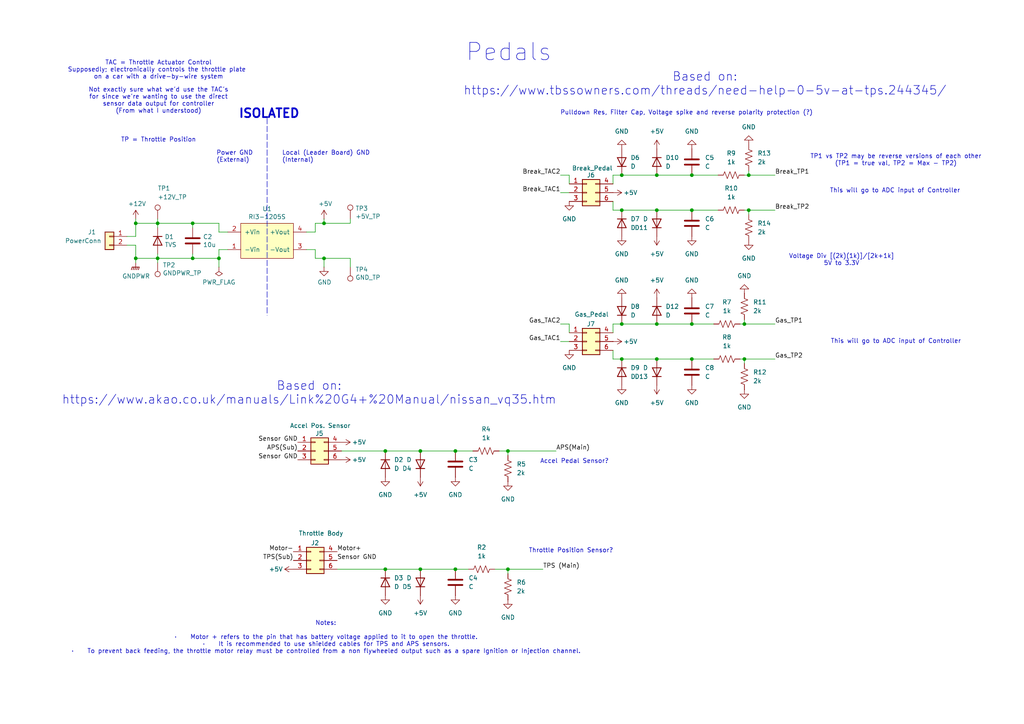
<source format=kicad_sch>
(kicad_sch (version 20231120) (generator "eeschema") (generator_version "8.0")
  (paper "A4")
  (lib_symbols
    (symbol "Connector:TestPoint" (pin_numbers hide) (pin_names (offset 0.762) hide)
      (property "Reference" "TP" (at 0 6.858 0))
      (property "Value" "TestPoint" (at 0 5.08 0))
      (symbol "TestPoint_0_1"
        (circle (center 0 3.302) (radius 0.762))
      )
      (symbol "TestPoint_1_1"
        (pin passive line (at 0 0 90) (length 2.54) (name "1") (number "1"))
      )
    )
    (symbol "Connector_Generic:Conn_01x02" (pin_names (offset 1.016) hide)
      (property "Reference" "J" (at 0 2.54 0))
      (property "Value" "Conn_01x02" (at 0 -5.08 0))
      (symbol "Conn_01x02_1_1"
        (rectangle (start -1.27 -2.413) (end 0 -2.667) (stroke (width 0.1524)))
        (rectangle (start -1.27 0.127) (end 0 -0.127) (stroke (width 0.1524)))
        (rectangle (start -1.27 1.27) (end 1.27 -3.81) (stroke (width 0.254)) (fill (type background)))
        (pin passive line (at -5.08 0 0) (length 3.81) (name "Pin_1") (number "1"))
        (pin passive line (at -5.08 -2.54 0) (length 3.81) (name "Pin_2") (number "2"))
      )
    )
    (symbol "Connector_Generic:Conn_02x03_Top_Bottom" (pin_names (offset 1.016) hide)
      (property "Reference" "J" (at 1.27 5.08 0))
      (property "Value" "Conn_02x03_Top_Bottom" (at 1.27 -5.08 0))
      (symbol "Conn_02x03_Top_Bottom_1_1"
        (rectangle (start -1.27 -2.413) (end 0 -2.667) (stroke (width 0.1524)))
        (rectangle (start -1.27 0.127) (end 0 -0.127) (stroke (width 0.1524)))
        (rectangle (start -1.27 2.667) (end 0 2.413) (stroke (width 0.1524)))
        (rectangle (start -1.27 3.81) (end 3.81 -3.81) (stroke (width 0.254)) (fill (type background)))
        (rectangle (start 3.81 -2.413) (end 2.54 -2.667) (stroke (width 0.1524)))
        (rectangle (start 3.81 0.127) (end 2.54 -0.127) (stroke (width 0.1524)))
        (rectangle (start 3.81 2.667) (end 2.54 2.413) (stroke (width 0.1524)))
        (pin passive line (at -5.08 2.54 0) (length 3.81) (name "Pin_1") (number "1"))
        (pin passive line (at -5.08 0 0) (length 3.81) (name "Pin_2") (number "2"))
        (pin passive line (at -5.08 -2.54 0) (length 3.81) (name "Pin_3") (number "3"))
        (pin passive line (at 7.62 2.54 180) (length 3.81) (name "Pin_4") (number "4"))
        (pin passive line (at 7.62 0 180) (length 3.81) (name "Pin_5") (number "5"))
        (pin passive line (at 7.62 -2.54 180) (length 3.81) (name "Pin_6") (number "6"))
      )
    )
    (symbol "Dashboard-rescue:RI3-1205S-utsvt-power-regulators" (pin_names (offset 1.016))
      (property "Reference" "U" (at 0 3.81 0))
      (property "Value" "RI3-1205S-utsvt-power-regulators" (at 0 1.27 0))
      (symbol "RI3-1205S-utsvt-power-regulators_0_1"
        (rectangle (start -7.62 0) (end 7.62 -10.16) (fill (type background)))
      )
      (symbol "RI3-1205S-utsvt-power-regulators_1_1"
        (pin input line (at -11.43 -7.62 0) (length 3.81) (name "-Vin") (number "1"))
        (pin power_in line (at -11.43 -2.54 0) (length 3.81) (name "+Vin") (number "2"))
        (pin power_out line (at 11.43 -7.62 180) (length 3.81) (name "-Vout") (number "3"))
        (pin power_out line (at 11.43 -2.54 180) (length 3.81) (name "+Vout") (number "4"))
      )
    )
    (symbol "Device:C" (pin_numbers hide) (pin_names (offset 0.254))
      (property "Reference" "C" (at 0.635 2.54 0))
      (property "Value" "C" (at 0.635 -2.54 0))
      (symbol "C_0_1"
        (polyline (pts (xy -2.032 -0.762) (xy 2.032 -0.762)) (stroke (width 0.508)))
        (polyline (pts (xy -2.032 0.762) (xy 2.032 0.762)) (stroke (width 0.508)))
      )
      (symbol "C_1_1"
        (pin passive line (at 0 3.81 270) (length 2.794) (name "~") (number "1"))
        (pin passive line (at 0 -3.81 90) (length 2.794) (name "~") (number "2"))
      )
    )
    (symbol "Device:D" (pin_numbers hide) (pin_names (offset 1.016) hide)
      (property "Reference" "D" (at 0 2.54 0))
      (property "Value" "D" (at 0 -2.54 0))
      (symbol "D_0_1"
        (polyline (pts (xy -1.27 1.27) (xy -1.27 -1.27)) (stroke (width 0.254)))
        (polyline (pts (xy 1.27 0) (xy -1.27 0)))
        (polyline (pts (xy 1.27 1.27) (xy 1.27 -1.27) (xy -1.27 0) (xy 1.27 1.27)) (stroke (width 0.254)))
      )
      (symbol "D_1_1"
        (pin passive line (at -3.81 0 0) (length 2.54) (name "K") (number "1"))
        (pin passive line (at 3.81 0 180) (length 2.54) (name "A") (number "2"))
      )
    )
    (symbol "Device:R_US" (pin_numbers hide) (pin_names (offset 0))
      (property "Reference" "R" (at 2.54 0 90))
      (property "Value" "R_US" (at -2.54 0 90))
      (symbol "R_US_0_1"
        (polyline (pts (xy 0 -2.286) (xy 0 -2.54)))
        (polyline (pts (xy 0 2.286) (xy 0 2.54)))
        (polyline (pts (xy 0 -0.762) (xy 1.016 -1.143) (xy 0 -1.524) (xy -1.016 -1.905) (xy 0 -2.286)))
        (polyline (pts (xy 0 0.762) (xy 1.016 0.381) (xy 0 0) (xy -1.016 -0.381) (xy 0 -0.762)))
        (polyline (pts (xy 0 2.286) (xy 1.016 1.905) (xy 0 1.524) (xy -1.016 1.143) (xy 0 0.762)))
      )
      (symbol "R_US_1_1"
        (pin passive line (at 0 3.81 270) (length 1.27) (name "~") (number "1"))
        (pin passive line (at 0 -3.81 90) (length 1.27) (name "~") (number "2"))
      )
    )
    (symbol "power:+12V" (power) (pin_numbers hide) (pin_names (offset 0) hide)
      (property "Value" "+12V" (at 0 3.556 0))
      (symbol "+12V_0_1"
        (polyline (pts (xy -0.762 1.27) (xy 0 2.54)))
        (polyline (pts (xy 0 0) (xy 0 2.54)))
        (polyline (pts (xy 0 2.54) (xy 0.762 1.27)))
      )
      (symbol "+12V_1_1"
        (pin power_in line (at 0 0 90) (length 0) (name "~") (number "1"))
      )
    )
    (symbol "power:+5V" (power) (pin_numbers hide) (pin_names (offset 0) hide)
      (property "Value" "+5V" (at 0 3.556 0))
      (symbol "+5V_0_1"
        (polyline (pts (xy -0.762 1.27) (xy 0 2.54)))
        (polyline (pts (xy 0 0) (xy 0 2.54)))
        (polyline (pts (xy 0 2.54) (xy 0.762 1.27)))
      )
      (symbol "+5V_1_1"
        (pin power_in line (at 0 0 90) (length 0) (name "~") (number "1"))
      )
    )
    (symbol "power:GND" (power) (pin_numbers hide) (pin_names (offset 0) hide)
      (property "Value" "GND" (at 0 -3.81 0))
      (symbol "GND_0_1"
        (polyline (pts (xy 0 0) (xy 0 -1.27) (xy 1.27 -1.27) (xy 0 -2.54) (xy -1.27 -1.27) (xy 0 -1.27)))
      )
      (symbol "GND_1_1"
        (pin power_in line (at 0 0 270) (length 0) (name "~") (number "1"))
      )
    )
    (symbol "power:GNDPWR" (power) (pin_names (offset 0))
      (property "Value" "GNDPWR" (at 0 -3.302 0))
      (symbol "GNDPWR_0_1"
        (polyline (pts (xy 0 -1.27) (xy 0 0)))
        (polyline (pts (xy -1.016 -1.27) (xy -1.27 -2.032) (xy -1.27 -2.032)) (stroke (width 0.2032)))
        (polyline (pts (xy -0.508 -1.27) (xy -0.762 -2.032) (xy -0.762 -2.032)) (stroke (width 0.2032)))
        (polyline (pts (xy 0 -1.27) (xy -0.254 -2.032) (xy -0.254 -2.032)) (stroke (width 0.2032)))
        (polyline (pts (xy 0.508 -1.27) (xy 0.254 -2.032) (xy 0.254 -2.032)) (stroke (width 0.2032)))
        (polyline (pts (xy 1.016 -1.27) (xy -1.016 -1.27) (xy -1.016 -1.27)) (stroke (width 0.2032)))
        (polyline (pts (xy 1.016 -1.27) (xy 0.762 -2.032) (xy 0.762 -2.032) (xy 0.762 -2.032)) (stroke (width 0.2032)))
      )
      (symbol "GNDPWR_1_1"
        (pin power_in line (at 0 0 270) (length 0) hide (name "GNDPWR") (number "1"))
      )
    )
    (symbol "power:PWR_FLAG" (power) (pin_numbers hide) (pin_names (offset 0) hide)
      (property "Value" "PWR_FLAG" (at 0 3.81 0))
      (symbol "PWR_FLAG_0_0"
        (pin power_out line (at 0 0 90) (length 0) (name "pwr") (number "1"))
      )
      (symbol "PWR_FLAG_0_1"
        (polyline (pts (xy 0 0) (xy 0 1.27) (xy -1.016 1.905) (xy 0 2.54) (xy 1.016 1.905) (xy 0 1.27)))
      )
    )
  )
  (junction (at 215.9 93.98))
  (junction (at 121.92 130.81))
  (junction (at 217.17 60.96))
  (junction (at 190.5 93.98))
  (junction (at 200.66 60.96))
  (junction (at 200.66 93.98))
  (junction (at 200.66 50.8))
  (junction (at 93.98 74.93))
  (junction (at 180.34 93.98))
  (junction (at 180.34 104.14))
  (junction (at 55.88 74.93))
  (junction (at 39.37 64.77))
  (junction (at 190.5 60.96))
  (junction (at 190.5 104.14))
  (junction (at 132.08 165.1))
  (junction (at 200.66 104.14))
  (junction (at 180.34 50.8))
  (junction (at 45.72 74.93))
  (junction (at 111.76 130.81))
  (junction (at 215.9 104.14))
  (junction (at 63.5 74.93))
  (junction (at 39.37 74.93))
  (junction (at 111.76 165.1))
  (junction (at 147.32 165.1))
  (junction (at 55.88 64.77))
  (junction (at 45.72 64.77))
  (junction (at 190.5 50.8))
  (junction (at 217.17 50.8))
  (junction (at 121.92 165.1))
  (junction (at 132.08 130.81))
  (junction (at 147.32 130.81))
  (junction (at 93.98 64.77))
  (junction (at 180.34 60.96))
  (wire (pts (xy 39.37 63.5) (xy 39.37 64.77)))
  (wire (pts (xy 208.28 50.8) (xy 200.66 50.8)))
  (wire (pts (xy 55.88 73.66) (xy 55.88 74.93)))
  (wire (pts (xy 36.83 71.12) (xy 39.37 71.12)))
  (wire (pts (xy 63.5 74.93) (xy 63.5 77.47)))
  (wire (pts (xy 111.76 130.81) (xy 99.06 130.81)))
  (wire (pts (xy 63.5 64.77) (xy 63.5 67.31)))
  (wire (pts (xy 45.72 66.04) (xy 45.72 64.77)))
  (wire (pts (xy 147.32 165.1) (xy 157.48 165.1)))
  (wire (pts (xy 63.5 72.39) (xy 66.04 72.39)))
  (wire (pts (xy 121.92 165.1) (xy 111.76 165.1)))
  (wire (pts (xy 200.66 50.8) (xy 190.5 50.8)))
  (wire (pts (xy 207.01 104.14) (xy 200.66 104.14)))
  (wire (pts (xy 162.56 99.06) (xy 165.1 99.06)))
  (wire (pts (xy 177.8 60.96) (xy 180.34 60.96)))
  (wire (pts (xy 39.37 64.77) (xy 39.37 68.58)))
  (wire (pts (xy 101.6 77.47) (xy 101.6 74.93)))
  (wire (pts (xy 93.98 64.77) (xy 101.6 64.77)))
  (wire (pts (xy 121.92 130.81) (xy 111.76 130.81)))
  (wire (pts (xy 224.79 50.8) (xy 217.17 50.8)))
  (wire (pts (xy 180.34 93.98) (xy 190.5 93.98)))
  (wire (pts (xy 45.72 63.5) (xy 45.72 64.77)))
  (wire (pts (xy 91.44 74.93) (xy 93.98 74.93)))
  (wire (pts (xy 132.08 165.1) (xy 121.92 165.1)))
  (wire (pts (xy 39.37 74.93) (xy 45.72 74.93)))
  (wire (pts (xy 39.37 74.93) (xy 39.37 76.2)))
  (wire (pts (xy 177.8 104.14) (xy 180.34 104.14)))
  (wire (pts (xy 208.28 60.96) (xy 200.66 60.96)))
  (wire (pts (xy 91.44 67.31) (xy 91.44 64.77)))
  (wire (pts (xy 132.08 130.81) (xy 121.92 130.81)))
  (wire (pts (xy 55.88 64.77) (xy 63.5 64.77)))
  (wire (pts (xy 161.29 130.81) (xy 147.32 130.81)))
  (polyline (pts (xy 77.47 34.29) (xy 77.47 91.44)) (stroke (width 0) (type dash)))
  (wire (pts (xy 177.8 93.98) (xy 177.8 96.52)))
  (wire (pts (xy 180.34 50.8) (xy 190.5 50.8)))
  (wire (pts (xy 217.17 60.96) (xy 215.9 60.96)))
  (wire (pts (xy 88.9 72.39) (xy 91.44 72.39)))
  (wire (pts (xy 45.72 73.66) (xy 45.72 74.93)))
  (wire (pts (xy 55.88 66.04) (xy 55.88 64.77)))
  (wire (pts (xy 162.56 55.88) (xy 165.1 55.88)))
  (wire (pts (xy 39.37 64.77) (xy 45.72 64.77)))
  (wire (pts (xy 165.1 93.98) (xy 165.1 96.52)))
  (wire (pts (xy 217.17 49.53) (xy 217.17 50.8)))
  (wire (pts (xy 180.34 60.96) (xy 190.5 60.96)))
  (wire (pts (xy 45.72 74.93) (xy 55.88 74.93)))
  (wire (pts (xy 165.1 50.8) (xy 165.1 53.34)))
  (wire (pts (xy 88.9 67.31) (xy 91.44 67.31)))
  (wire (pts (xy 190.5 93.98) (xy 200.66 93.98)))
  (wire (pts (xy 190.5 104.14) (xy 200.66 104.14)))
  (wire (pts (xy 177.8 60.96) (xy 177.8 58.42)))
  (wire (pts (xy 215.9 104.14) (xy 214.63 104.14)))
  (wire (pts (xy 217.17 50.8) (xy 215.9 50.8)))
  (wire (pts (xy 177.8 104.14) (xy 177.8 101.6)))
  (wire (pts (xy 177.8 50.8) (xy 177.8 53.34)))
  (wire (pts (xy 177.8 50.8) (xy 180.34 50.8)))
  (wire (pts (xy 215.9 93.98) (xy 214.63 93.98)))
  (wire (pts (xy 215.9 92.71) (xy 215.9 93.98)))
  (wire (pts (xy 45.72 76.2) (xy 45.72 74.93)))
  (wire (pts (xy 147.32 132.08) (xy 147.32 130.81)))
  (wire (pts (xy 137.16 130.81) (xy 132.08 130.81)))
  (wire (pts (xy 217.17 62.23) (xy 217.17 60.96)))
  (wire (pts (xy 147.32 130.81) (xy 144.78 130.81)))
  (wire (pts (xy 101.6 74.93) (xy 93.98 74.93)))
  (wire (pts (xy 207.01 93.98) (xy 200.66 93.98)))
  (wire (pts (xy 147.32 166.37) (xy 147.32 165.1)))
  (wire (pts (xy 93.98 63.5) (xy 93.98 64.77)))
  (wire (pts (xy 224.79 93.98) (xy 215.9 93.98)))
  (wire (pts (xy 111.76 165.1) (xy 97.79 165.1)))
  (wire (pts (xy 91.44 64.77) (xy 93.98 64.77)))
  (wire (pts (xy 101.6 63.5) (xy 101.6 64.77)))
  (wire (pts (xy 93.98 77.47) (xy 93.98 74.93)))
  (wire (pts (xy 39.37 71.12) (xy 39.37 74.93)))
  (wire (pts (xy 63.5 72.39) (xy 63.5 74.93)))
  (wire (pts (xy 162.56 93.98) (xy 165.1 93.98)))
  (wire (pts (xy 180.34 104.14) (xy 190.5 104.14)))
  (wire (pts (xy 215.9 105.41) (xy 215.9 104.14)))
  (wire (pts (xy 224.79 104.14) (xy 215.9 104.14)))
  (wire (pts (xy 55.88 74.93) (xy 63.5 74.93)))
  (wire (pts (xy 63.5 67.31) (xy 66.04 67.31)))
  (wire (pts (xy 91.44 72.39) (xy 91.44 74.93)))
  (wire (pts (xy 135.89 165.1) (xy 132.08 165.1)))
  (wire (pts (xy 177.8 93.98) (xy 180.34 93.98)))
  (wire (pts (xy 162.56 50.8) (xy 165.1 50.8)))
  (wire (pts (xy 39.37 68.58) (xy 36.83 68.58)))
  (wire (pts (xy 143.51 165.1) (xy 147.32 165.1)))
  (wire (pts (xy 45.72 64.77) (xy 55.88 64.77)))
  (wire (pts (xy 190.5 60.96) (xy 200.66 60.96)))
  (wire (pts (xy 224.79 60.96) (xy 217.17 60.96)))
  (text "TP = Throttle Position" (at 45.974 40.64 0) (effects (font (size 1.27 1.27))))
  (text "Notes:\n\n·	Motor + refers to the pin that has battery voltage applied to it to open the throttle.\n·	It is recommended to use shielded cables for TPS and APS sensors.\n·	To prevent back feeding, the throttle motor relay must be controlled from a non flywheeled output such as a spare Ignition or Injection channel.\n" (at 94.488 184.912 0) (effects (font (size 1.27 1.27))))
  (text "TAC = Throttle Actuator Control\nSupposedly; electronically controls the throttle plate \non a car with a drive-by-wire system" (at 45.974 20.32 0) (effects (font (size 1.27 1.27))))
  (text "Pedals" (at 147.574 15.24 0) (effects (font (size 5 5))))
  (text "Local (Leader Board) GND\n(Internal)" (at 81.788 47.244 0) (effects (font (size 1.27 1.27)) (justify left bottom)))
  (text "Based on:\nhttps://www.akao.co.uk/manuals/Link%20G4+%20Manual/nissan_vq35.htm" (at 89.662 114.046 0) (effects (font (size 2.5 2.5))))
  (text "Based on:\nhttps://www.tbssowners.com/threads/need-help-0-5v-at-tps.244345/" (at 204.47 24.384 0) (effects (font (size 2.5 2.5))))
  (text "Voltage Div [(2k)(1k)]/[2k+1k]\n5V to 3.3V" (at 244.094 75.438 0) (effects (font (size 1.27 1.27))))
  (text "This will go to ADC input of Controller" (at 259.842 99.06 0) (effects (font (size 1.27 1.27))))
  (text "Throttle Position Sensor?" (at 165.608 159.766 0) (effects (font (size 1.27 1.27))))
  (text "TP1 vs TP2 may be reverse versions of each other\n(TP1 = true val, TP2 = Max - TP2)" (at 259.842 46.482 0) (effects (font (size 1.27 1.27))))
  (text "This will go to ADC input of Controller" (at 259.588 55.372 0) (effects (font (size 1.27 1.27))))
  (text "Power GND\n(External)" (at 62.738 47.244 0) (effects (font (size 1.27 1.27)) (justify left bottom)))
  (text "ISOLATED" (at 69.088 34.544 0) (effects (font (size 2.54 2.54) (thickness 0.508) (bold yes)) (justify left bottom)))
  (text "Accel Pedal Sensor?" (at 166.624 133.858 0) (effects (font (size 1.27 1.27))))
  (text "Pulldown Res, Filter Cap, Voltage spike and reverse polarity protection (?)" (at 199.136 32.766 0) (effects (font (size 1.27 1.27))))
  (text "Not exactly sure what we'd use the TAC's\nfor since we're wanting to use the direct\nsensor data output for controller\n(From what I understood)" (at 45.974 29.21 0) (effects (font (size 1.27 1.27))))
  (label "Gas_TP2" (at 224.79 104.14 0))
  (label "Break_TAC2" (at 162.56 50.8 180))
  (label "Break_TP2" (at 224.79 60.96 0))
  (label "Sensor GND" (at 86.36 133.35 180))
  (label "APS(Sub)" (at 86.36 130.81 180))
  (label "Sensor GND" (at 86.36 128.27 180))
  (label "Motor+" (at 97.79 160.02 0))
  (label "Sensor GND" (at 97.79 162.56 0))
  (label "Break_TAC1" (at 162.56 55.88 180))
  (label "Gas_TAC2" (at 162.56 93.98 180))
  (label "TPS(Sub)" (at 85.09 162.56 180))
  (label "Motor-" (at 85.09 160.02 180))
  (label "TPS (Main)" (at 157.48 165.1 0))
  (label "Break_TP1" (at 224.79 50.8 0))
  (label "APS(Main)" (at 161.29 130.81 0))
  (label "Gas_TAC1" (at 162.56 99.06 180))
  (label "Gas_TP1" (at 224.79 93.98 0))
  (symbol (lib_id "power:+5V") (at 190.5 86.36 0) (unit 1)
    (property "Reference" "#PWR034" (effects (hide yes)))
    (property "Value" "+5V" (at 190.5 81.28 0))
    (property "Description" "Power symbol creates a global label with name \"+5V\"" (effects (hide yes)))
  )
  (symbol (lib_id "Device:D") (at 190.5 107.95 90) (unit 1)
    (property "Reference" "D13" (at 187.96 109.2201 90) (effects (justify left)))
    (property "Value" "D" (at 187.96 106.6801 90) (effects (justify left)))
    (property "Description" "Diode" (effects (hide yes)))
    (property "Sim.Device" "D" (effects (hide yes)))
    (property "Sim.Pins" "1=K 2=A" (effects (hide yes)))
  )
  (symbol (lib_id "power:+5V") (at 177.8 55.88 270) (unit 1)
    (property "Reference" "#PWR026" (effects (hide yes)))
    (property "Value" "+5V" (at 182.88 55.88 90))
    (property "Description" "Power symbol creates a global label with name \"+5V\"" (effects (hide yes)))
  )
  (symbol (lib_id "power:GND") (at 200.66 68.58 0) (unit 1)
    (property "Reference" "#PWR037" (effects (hide yes)))
    (property "Value" "GND" (at 200.66 73.66 0))
    (property "Description" "Power symbol creates a global label with name \"GND\" , ground" (effects (hide yes)))
  )
  (symbol (lib_id "power:GND") (at 180.34 43.18 180) (unit 1)
    (property "Reference" "#PWR028" (effects (hide yes)))
    (property "Value" "GND" (at 180.34 38.1 0))
    (property "Description" "Power symbol creates a global label with name \"GND\" , ground" (effects (hide yes)))
  )
  (symbol (lib_id "power:+5V") (at 99.06 128.27 270) (unit 1)
    (property "Reference" "#PWR06" (effects (hide yes)))
    (property "Value" "+5V" (at 104.14 128.27 90))
    (property "Description" "Power symbol creates a global label with name \"+5V\"" (effects (hide yes)))
  )
  (symbol (lib_id "power:GND") (at 165.1 58.42 0) (unit 1)
    (property "Reference" "#PWR024" (effects (hide yes)))
    (property "Value" "GND" (at 165.1 63.5 0))
    (property "Description" "Power symbol creates a global label with name \"GND\" , ground" (effects (hide yes)))
  )
  (symbol (lib_id "Connector_Generic:Conn_02x03_Top_Bottom") (at 170.18 99.06 0) (unit 1)
    (property "Reference" "J7" (at 170.1799 93.98 0) (effects (justify left)))
    (property "Value" "Gas_Pedal" (at 166.624 91.186 0) (effects (justify left)))
    (property "Description" "Generic connector, double row, 02x03, top/bottom pin numbering scheme (row 1: 1...pins_per_row, row2: pins_per_row+1 ... num_pins), script generated (kicad-library-utils/schlib/autogen/connector/)" (effects (hide yes)))
  )
  (symbol (lib_id "power:GND") (at 132.08 138.43 0) (unit 1)
    (property "Reference" "#PWR020" (effects (hide yes)))
    (property "Value" "GND" (at 132.08 143.51 0))
    (property "Description" "Power symbol creates a global label with name \"GND\" , ground" (effects (hide yes)))
  )
  (symbol (lib_id "power:+5V") (at 85.09 165.1 90) (unit 1)
    (property "Reference" "#PWR03" (effects (hide yes)))
    (property "Value" "+5V" (at 80.01 165.1 90))
    (property "Description" "Power symbol creates a global label with name \"+5V\"" (effects (hide yes)))
  )
  (symbol (lib_id "power:GNDPWR") (at 39.37 76.2 0) (unit 1)
    (property "Reference" "#PWR02" (effects (hide yes)))
    (property "Value" "GNDPWR" (at 39.4716 80.1116 0))
  )
  (symbol (lib_id "power:GND") (at 215.9 113.03 0) (unit 1)
    (property "Reference" "#PWR041" (effects (hide yes)))
    (property "Value" "GND" (at 215.9 118.11 0))
    (property "Description" "Power symbol creates a global label with name \"GND\" , ground" (effects (hide yes)))
  )
  (symbol (lib_id "Device:D") (at 190.5 46.99 270) (unit 1)
    (property "Reference" "D10" (at 193.04 45.7199 90) (effects (justify left)))
    (property "Value" "D" (at 193.04 48.2599 90) (effects (justify left)))
    (property "Description" "Diode" (effects (hide yes)))
    (property "Sim.Device" "D" (effects (hide yes)))
    (property "Sim.Pins" "1=K 2=A" (effects (hide yes)))
  )
  (symbol (lib_id "Device:D") (at 180.34 64.77 270) (unit 1)
    (property "Reference" "D7" (at 182.88 63.4999 90) (effects (justify left)))
    (property "Value" "D" (at 182.88 66.0399 90) (effects (justify left)))
    (property "Description" "Diode" (effects (hide yes)))
    (property "Sim.Device" "D" (effects (hide yes)))
    (property "Sim.Pins" "1=K 2=A" (effects (hide yes)))
  )
  (symbol (lib_id "Device:D") (at 180.34 46.99 90) (unit 1)
    (property "Reference" "D6" (at 182.88 45.7199 90) (effects (justify right)))
    (property "Value" "D" (at 182.88 48.2599 90) (effects (justify right)))
    (property "Description" "Diode" (effects (hide yes)))
    (property "Sim.Device" "D" (effects (hide yes)))
    (property "Sim.Pins" "1=K 2=A" (effects (hide yes)))
  )
  (symbol (lib_id "power:GND") (at 180.34 86.36 180) (unit 1)
    (property "Reference" "#PWR030" (effects (hide yes)))
    (property "Value" "GND" (at 180.34 81.28 0))
    (property "Description" "Power symbol creates a global label with name \"GND\" , ground" (effects (hide yes)))
  )
  (symbol (lib_id "Device:C") (at 200.66 64.77 180) (unit 1)
    (property "Reference" "C6" (at 204.47 63.4999 0) (effects (justify right)))
    (property "Value" "C" (at 204.47 66.0399 0) (effects (justify right)))
    (property "Description" "Unpolarized capacitor" (effects (hide yes)))
  )
  (symbol (lib_id "power:GND") (at 215.9 85.09 180) (unit 1)
    (property "Reference" "#PWR040" (effects (hide yes)))
    (property "Value" "GND" (at 215.9 80.01 0))
    (property "Description" "Power symbol creates a global label with name \"GND\" , ground" (effects (hide yes)))
  )
  (symbol (lib_id "Device:R_US") (at 215.9 109.22 0) (unit 1)
    (property "Reference" "R12" (at 218.44 107.9499 0) (effects (justify left)))
    (property "Value" "2k" (at 218.44 110.4899 0) (effects (justify left)))
    (property "Description" "Resistor, US symbol" (effects (hide yes)))
  )
  (symbol (lib_id "Device:R_US") (at 139.7 165.1 270) (unit 1)
    (property "Reference" "R2" (at 139.7 158.75 90))
    (property "Value" "1k" (at 139.7 161.29 90))
    (property "Description" "Resistor, US symbol" (effects (hide yes)))
  )
  (symbol (lib_id "Device:D") (at 180.34 90.17 90) (unit 1)
    (property "Reference" "D8" (at 182.88 88.8999 90) (effects (justify right)))
    (property "Value" "D" (at 182.88 91.4399 90) (effects (justify right)))
    (property "Description" "Diode" (effects (hide yes)))
    (property "Sim.Device" "D" (effects (hide yes)))
    (property "Sim.Pins" "1=K 2=A" (effects (hide yes)))
  )
  (symbol (lib_id "Device:C") (at 200.66 46.99 180) (unit 1)
    (property "Reference" "C5" (at 204.47 45.7199 0) (effects (justify right)))
    (property "Value" "C" (at 204.47 48.2599 0) (effects (justify right)))
    (property "Description" "Unpolarized capacitor" (effects (hide yes)))
  )
  (symbol (lib_id "power:GND") (at 147.32 139.7 0) (unit 1)
    (property "Reference" "#PWR022" (effects (hide yes)))
    (property "Value" "GND" (at 147.32 144.78 0))
    (property "Description" "Power symbol creates a global label with name \"GND\" , ground" (effects (hide yes)))
  )
  (symbol (lib_id "Connector_Generic:Conn_01x02") (at 31.75 68.58 0) (mirror y) (unit 1)
    (property "Reference" "J1" (at 26.67 67.31 0))
    (property "Value" "PowerConn" (at 24.13 69.85 0))
    (property "Footprint" "UTSVT_Connectors:Molex_MicroFit3.0_1x2xP3.00mm_PolarizingPeg_Vertical" (effects (hide yes)))
  )
  (symbol (lib_id "Device:R_US") (at 210.82 93.98 270) (unit 1)
    (property "Reference" "R7" (at 210.82 87.63 90))
    (property "Value" "1k" (at 210.82 90.17 90))
    (property "Description" "Resistor, US symbol" (effects (hide yes)))
  )
  (symbol (lib_id "Device:D") (at 111.76 134.62 270) (unit 1)
    (property "Reference" "D2" (at 114.3 133.3499 90) (effects (justify left)))
    (property "Value" "D" (at 114.3 135.8899 90) (effects (justify left)))
    (property "Description" "Diode" (effects (hide yes)))
    (property "Sim.Device" "D" (effects (hide yes)))
    (property "Sim.Pins" "1=K 2=A" (effects (hide yes)))
  )
  (symbol (lib_id "power:GND") (at 217.17 69.85 0) (unit 1)
    (property "Reference" "#PWR043" (effects (hide yes)))
    (property "Value" "GND" (at 217.17 74.93 0))
    (property "Description" "Power symbol creates a global label with name \"GND\" , ground" (effects (hide yes)))
  )
  (symbol (lib_id "Device:D") (at 121.92 134.62 90) (unit 1)
    (property "Reference" "D4" (at 119.38 135.8901 90) (effects (justify left)))
    (property "Value" "D" (at 119.38 133.3501 90) (effects (justify left)))
    (property "Description" "Diode" (effects (hide yes)))
    (property "Sim.Device" "D" (effects (hide yes)))
    (property "Sim.Pins" "1=K 2=A" (effects (hide yes)))
  )
  (symbol (lib_id "power:+5V") (at 190.5 111.76 180) (unit 1)
    (property "Reference" "#PWR035" (effects (hide yes)))
    (property "Value" "+5V" (at 190.5 116.84 0))
    (property "Description" "Power symbol creates a global label with name \"+5V\"" (effects (hide yes)))
  )
  (symbol (lib_id "Device:R_US") (at 147.32 170.18 0) (unit 1)
    (property "Reference" "R6" (at 149.86 168.9099 0) (effects (justify left)))
    (property "Value" "2k" (at 149.86 171.4499 0) (effects (justify left)))
    (property "Description" "Resistor, US symbol" (effects (hide yes)))
  )
  (symbol (lib_id "Device:R_US") (at 147.32 135.89 0) (unit 1)
    (property "Reference" "R5" (at 149.86 134.6199 0) (effects (justify left)))
    (property "Value" "2k" (at 149.86 137.1599 0) (effects (justify left)))
    (property "Description" "Resistor, US symbol" (effects (hide yes)))
  )
  (symbol (lib_id "power:+5V") (at 121.92 138.43 180) (unit 1)
    (property "Reference" "#PWR018" (effects (hide yes)))
    (property "Value" "+5V" (at 121.92 143.51 0))
    (property "Description" "Power symbol creates a global label with name \"+5V\"" (effects (hide yes)))
  )
  (symbol (lib_id "power:+5V") (at 190.5 68.58 180) (unit 1)
    (property "Reference" "#PWR033" (effects (hide yes)))
    (property "Value" "+5V" (at 190.5 73.66 0))
    (property "Description" "Power symbol creates a global label with name \"+5V\"" (effects (hide yes)))
  )
  (symbol (lib_id "Connector:TestPoint") (at 101.6 63.5 0) (unit 1)
    (property "Reference" "TP3" (at 103.0732 60.452 0) (effects (justify left)))
    (property "Value" "+5V_TP" (at 103.0732 62.7634 0) (effects (justify left)))
    (property "Footprint" "TestPoint:TestPoint_Pad_1.5x1.5mm" (effects (hide yes)))
  )
  (symbol (lib_id "power:GND") (at 111.76 138.43 0) (unit 1)
    (property "Reference" "#PWR08" (effects (hide yes)))
    (property "Value" "GND" (at 111.76 143.51 0))
    (property "Description" "Power symbol creates a global label with name \"GND\" , ground" (effects (hide yes)))
  )
  (symbol (lib_id "Device:R_US") (at 215.9 88.9 0) (unit 1)
    (property "Reference" "R11" (at 218.44 87.6299 0) (effects (justify left)))
    (property "Value" "2k" (at 218.44 90.1699 0) (effects (justify left)))
    (property "Description" "Resistor, US symbol" (effects (hide yes)))
  )
  (symbol (lib_id "Device:R_US") (at 217.17 45.72 0) (unit 1)
    (property "Reference" "R13" (at 219.71 44.4499 0) (effects (justify left)))
    (property "Value" "2k" (at 219.71 46.9899 0) (effects (justify left)))
    (property "Description" "Resistor, US symbol" (effects (hide yes)))
  )
  (symbol (lib_id "power:+5V") (at 177.8 99.06 270) (unit 1)
    (property "Reference" "#PWR027" (effects (hide yes)))
    (property "Value" "+5V" (at 182.88 99.06 90))
    (property "Description" "Power symbol creates a global label with name \"+5V\"" (effects (hide yes)))
  )
  (symbol (lib_id "Device:C") (at 55.88 69.85 0) (unit 1)
    (property "Reference" "C2" (at 58.8772 68.6816 0) (effects (justify left)))
    (property "Value" "10u" (at 58.8772 70.993 0) (effects (justify left)))
    (property "Footprint" "UTSVT_Passive:C_2220_5750Metric" (effects (hide yes)))
  )
  (symbol (lib_id "power:GND") (at 180.34 68.58 0) (unit 1)
    (property "Reference" "#PWR029" (effects (hide yes)))
    (property "Value" "GND" (at 180.34 73.66 0))
    (property "Description" "Power symbol creates a global label with name \"GND\" , ground" (effects (hide yes)))
  )
  (symbol (lib_id "power:GND") (at 180.34 111.76 0) (unit 1)
    (property "Reference" "#PWR031" (effects (hide yes)))
    (property "Value" "GND" (at 180.34 116.84 0))
    (property "Description" "Power symbol creates a global label with name \"GND\" , ground" (effects (hide yes)))
  )
  (symbol (lib_id "power:GND") (at 200.66 111.76 0) (unit 1)
    (property "Reference" "#PWR039" (effects (hide yes)))
    (property "Value" "GND" (at 200.66 116.84 0))
    (property "Description" "Power symbol creates a global label with name \"GND\" , ground" (effects (hide yes)))
  )
  (symbol (lib_id "Device:C") (at 132.08 168.91 180) (unit 1)
    (property "Reference" "C4" (at 135.89 167.6399 0) (effects (justify right)))
    (property "Value" "C" (at 135.89 170.1799 0) (effects (justify right)))
    (property "Description" "Unpolarized capacitor" (effects (hide yes)))
  )
  (symbol (lib_id "power:GND") (at 132.08 172.72 0) (unit 1)
    (property "Reference" "#PWR021" (effects (hide yes)))
    (property "Value" "GND" (at 132.08 177.8 0))
    (property "Description" "Power symbol creates a global label with name \"GND\" , ground" (effects (hide yes)))
  )
  (symbol (lib_id "Device:D") (at 45.72 69.85 270) (unit 1)
    (property "Reference" "D1" (at 47.752 68.6816 90) (effects (justify left)))
    (property "Value" "TVS" (at 47.752 70.993 90) (effects (justify left)))
    (property "Footprint" "Diode_SMD:D_SOD-323" (effects (hide yes)))
  )
  (symbol (lib_id "power:+5V") (at 93.98 63.5 0) (unit 1)
    (property "Reference" "#PWR04" (effects (hide yes)))
    (property "Value" "+5V" (at 94.361 59.1058 0))
  )
  (symbol (lib_id "Dashboard-rescue:RI3-1205S-utsvt-power-regulators") (at 77.47 64.77 0) (unit 1)
    (property "Reference" "U1" (at 77.47 60.579 0))
    (property "Value" "RI3-1205S" (at 77.47 62.8904 0))
    (property "Footprint" "UTSVT_ICs:RI3_DC_Converter" (effects (hide yes)))
    (property "Datasheet" "https://www.mouser.com/datasheet/2/468/RI3-1711119.pdf" (effects (hide yes)))
  )
  (symbol (lib_id "Device:D") (at 190.5 64.77 90) (unit 1)
    (property "Reference" "D11" (at 187.96 66.0401 90) (effects (justify left)))
    (property "Value" "D" (at 187.96 63.5001 90) (effects (justify left)))
    (property "Description" "Diode" (effects (hide yes)))
    (property "Sim.Device" "D" (effects (hide yes)))
    (property "Sim.Pins" "1=K 2=A" (effects (hide yes)))
  )
  (symbol (lib_id "Device:D") (at 180.34 107.95 270) (unit 1)
    (property "Reference" "D9" (at 182.88 106.6799 90) (effects (justify left)))
    (property "Value" "D" (at 182.88 109.2199 90) (effects (justify left)))
    (property "Description" "Diode" (effects (hide yes)))
    (property "Sim.Device" "D" (effects (hide yes)))
    (property "Sim.Pins" "1=K 2=A" (effects (hide yes)))
  )
  (symbol (lib_id "power:GND") (at 200.66 43.18 180) (unit 1)
    (property "Reference" "#PWR036" (effects (hide yes)))
    (property "Value" "GND" (at 200.66 38.1 0))
    (property "Description" "Power symbol creates a global label with name \"GND\" , ground" (effects (hide yes)))
  )
  (symbol (lib_id "Device:R_US") (at 212.09 60.96 270) (unit 1)
    (property "Reference" "R10" (at 212.09 54.61 90))
    (property "Value" "1k" (at 212.09 57.15 90))
    (property "Description" "Resistor, US symbol" (effects (hide yes)))
  )
  (symbol (lib_id "Device:C") (at 132.08 134.62 180) (unit 1)
    (property "Reference" "C3" (at 135.89 133.3499 0) (effects (justify right)))
    (property "Value" "C" (at 135.89 135.8899 0) (effects (justify right)))
    (property "Description" "Unpolarized capacitor" (effects (hide yes)))
  )
  (symbol (lib_id "power:+5V") (at 190.5 43.18 0) (unit 1)
    (property "Reference" "#PWR032" (effects (hide yes)))
    (property "Value" "+5V" (at 190.5 38.1 0))
    (property "Description" "Power symbol creates a global label with name \"+5V\"" (effects (hide yes)))
  )
  (symbol (lib_id "power:GND") (at 200.66 86.36 180) (unit 1)
    (property "Reference" "#PWR038" (effects (hide yes)))
    (property "Value" "GND" (at 200.66 81.28 0))
    (property "Description" "Power symbol creates a global label with name \"GND\" , ground" (effects (hide yes)))
  )
  (symbol (lib_id "Connector_Generic:Conn_02x03_Top_Bottom") (at 90.17 162.56 0) (unit 1)
    (property "Reference" "J2" (at 90.1699 157.48 0) (effects (justify left)))
    (property "Value" "Throttle Body" (at 86.614 154.686 0) (effects (justify left)))
    (property "Datasheet" "https://www.akao.co.uk/manuals/Link%20G4+%20Manual/nissan_vq35.htm" (effects (hide yes)))
    (property "Description" "Generic connector, double row, 02x03, top/bottom pin numbering scheme (row 1: 1...pins_per_row, row2: pins_per_row+1 ... num_pins), script generated (kicad-library-utils/schlib/autogen/connector/)" (effects (hide yes)))
  )
  (symbol (lib_id "power:+5V") (at 121.92 172.72 180) (unit 1)
    (property "Reference" "#PWR019" (effects (hide yes)))
    (property "Value" "+5V" (at 121.92 177.8 0))
    (property "Description" "Power symbol creates a global label with name \"+5V\"" (effects (hide yes)))
  )
  (symbol (lib_id "Device:C") (at 200.66 90.17 180) (unit 1)
    (property "Reference" "C7" (at 204.47 88.8999 0) (effects (justify right)))
    (property "Value" "C" (at 204.47 91.4399 0) (effects (justify right)))
    (property "Description" "Unpolarized capacitor" (effects (hide yes)))
  )
  (symbol (lib_id "Device:D") (at 121.92 168.91 90) (unit 1)
    (property "Reference" "D5" (at 119.38 170.1801 90) (effects (justify left)))
    (property "Value" "D" (at 119.38 167.6401 90) (effects (justify left)))
    (property "Description" "Diode" (effects (hide yes)))
    (property "Sim.Device" "D" (effects (hide yes)))
    (property "Sim.Pins" "1=K 2=A" (effects (hide yes)))
  )
  (symbol (lib_id "power:PWR_FLAG") (at 63.5 77.47 180) (unit 1)
    (property "Reference" "#FLG01" (effects (hide yes)))
    (property "Value" "PWR_FLAG" (at 63.5 81.8642 0))
  )
  (symbol (lib_id "Device:R_US") (at 210.82 104.14 270) (unit 1)
    (property "Reference" "R8" (at 210.82 97.79 90))
    (property "Value" "1k" (at 210.82 100.33 90))
    (property "Description" "Resistor, US symbol" (effects (hide yes)))
  )
  (symbol (lib_id "Connector:TestPoint") (at 45.72 63.5 0) (unit 1)
    (property "Reference" "TP1" (at 45.72 54.61 0) (effects (justify left)))
    (property "Value" "+12V_TP" (at 45.72 57.15 0) (effects (justify left)))
    (property "Footprint" "TestPoint:TestPoint_Pad_1.5x1.5mm" (effects (hide yes)))
  )
  (symbol (lib_id "Connector_Generic:Conn_02x03_Top_Bottom") (at 170.18 55.88 0) (unit 1)
    (property "Reference" "J6" (at 170.1799 50.8 0) (effects (justify left)))
    (property "Value" "Break_Pedal" (at 165.862 48.768 0) (effects (justify left)))
    (property "Description" "Generic connector, double row, 02x03, top/bottom pin numbering scheme (row 1: 1...pins_per_row, row2: pins_per_row+1 ... num_pins), script generated (kicad-library-utils/schlib/autogen/connector/)" (effects (hide yes)))
  )
  (symbol (lib_id "Connector:TestPoint") (at 101.6 77.47 180) (unit 1)
    (property "Reference" "TP4" (at 103.0732 78.1558 0) (effects (justify right)))
    (property "Value" "GND_TP" (at 103.0732 80.4672 0) (effects (justify right)))
    (property "Footprint" "TestPoint:TestPoint_Pad_1.5x1.5mm" (effects (hide yes)))
  )
  (symbol (lib_id "Connector:TestPoint") (at 45.72 76.2 180) (unit 1)
    (property "Reference" "TP2" (at 47.1932 76.8858 0) (effects (justify right)))
    (property "Value" "GNDPWR_TP" (at 47.1932 79.1972 0) (effects (justify right)))
    (property "Footprint" "TestPoint:TestPoint_Pad_1.5x1.5mm" (effects (hide yes)))
  )
  (symbol (lib_id "power:GND") (at 217.17 41.91 180) (unit 1)
    (property "Reference" "#PWR042" (effects (hide yes)))
    (property "Value" "GND" (at 217.17 36.83 0))
    (property "Description" "Power symbol creates a global label with name \"GND\" , ground" (effects (hide yes)))
  )
  (symbol (lib_id "Connector_Generic:Conn_02x03_Top_Bottom") (at 91.44 130.81 0) (unit 1)
    (property "Reference" "J5" (at 91.4399 125.73 0) (effects (justify left)))
    (property "Value" "Accel Pos. Sensor" (at 84.074 123.444 0) (effects (justify left)))
    (property "Datasheet" "https://www.akao.co.uk/manuals/Link%20G4+%20Manual/nissan_vq35.htm" (effects (hide yes)))
    (property "Description" "Generic connector, double row, 02x03, top/bottom pin numbering scheme (row 1: 1...pins_per_row, row2: pins_per_row+1 ... num_pins), script generated (kicad-library-utils/schlib/autogen/connector/)" (effects (hide yes)))
  )
  (symbol (lib_id "power:+5V") (at 99.06 133.35 270) (unit 1)
    (property "Reference" "#PWR07" (effects (hide yes)))
    (property "Value" "+5V" (at 104.14 133.35 90))
    (property "Description" "Power symbol creates a global label with name \"+5V\"" (effects (hide yes)))
  )
  (symbol (lib_id "Device:R_US") (at 140.97 130.81 270) (unit 1)
    (property "Reference" "R4" (at 140.97 124.46 90))
    (property "Value" "1k" (at 140.97 127 90))
    (property "Description" "Resistor, US symbol" (effects (hide yes)))
  )
  (symbol (lib_id "Device:D") (at 111.76 168.91 270) (unit 1)
    (property "Reference" "D3" (at 114.3 167.6399 90) (effects (justify left)))
    (property "Value" "D" (at 114.3 170.1799 90) (effects (justify left)))
    (property "Description" "Diode" (effects (hide yes)))
    (property "Sim.Device" "D" (effects (hide yes)))
    (property "Sim.Pins" "1=K 2=A" (effects (hide yes)))
  )
  (symbol (lib_id "Device:D") (at 190.5 90.17 270) (unit 1)
    (property "Reference" "D12" (at 193.04 88.8999 90) (effects (justify left)))
    (property "Value" "D" (at 193.04 91.4399 90) (effects (justify left)))
    (property "Description" "Diode" (effects (hide yes)))
    (property "Sim.Device" "D" (effects (hide yes)))
    (property "Sim.Pins" "1=K 2=A" (effects (hide yes)))
  )
  (symbol (lib_id "power:GND") (at 111.76 172.72 0) (unit 1)
    (property "Reference" "#PWR017" (effects (hide yes)))
    (property "Value" "GND" (at 111.76 177.8 0))
    (property "Description" "Power symbol creates a global label with name \"GND\" , ground" (effects (hide yes)))
  )
  (symbol (lib_id "power:GND") (at 147.32 173.99 0) (unit 1)
    (property "Reference" "#PWR023" (effects (hide yes)))
    (property "Value" "GND" (at 147.32 179.07 0))
    (property "Description" "Power symbol creates a global label with name \"GND\" , ground" (effects (hide yes)))
  )
  (symbol (lib_id "power:+12V") (at 39.37 63.5 0) (unit 1)
    (property "Reference" "#PWR01" (effects (hide yes)))
    (property "Value" "+12V" (at 39.751 59.1058 0))
  )
  (symbol (lib_id "Device:C") (at 200.66 107.95 180) (unit 1)
    (property "Reference" "C8" (at 204.47 106.6799 0) (effects (justify right)))
    (property "Value" "C" (at 204.47 109.2199 0) (effects (justify right)))
    (property "Description" "Unpolarized capacitor" (effects (hide yes)))
  )
  (symbol (lib_id "Device:R_US") (at 217.17 66.04 0) (unit 1)
    (property "Reference" "R14" (at 219.71 64.7699 0) (effects (justify left)))
    (property "Value" "2k" (at 219.71 67.3099 0) (effects (justify left)))
    (property "Description" "Resistor, US symbol" (effects (hide yes)))
  )
  (symbol (lib_id "power:GND") (at 165.1 101.6 0) (unit 1)
    (property "Reference" "#PWR025" (effects (hide yes)))
    (property "Value" "GND" (at 165.1 106.68 0))
    (property "Description" "Power symbol creates a global label with name \"GND\" , ground" (effects (hide yes)))
  )
  (symbol (lib_id "power:GND") (at 93.98 77.47 0) (unit 1)
    (property "Reference" "#PWR05" (effects (hide yes)))
    (property "Value" "GND" (at 94.107 81.8642 0))
  )
  (symbol (lib_id "Device:R_US") (at 212.09 50.8 90) (unit 1)
    (property "Reference" "R9" (at 212.09 44.45 90))
    (property "Value" "1k" (at 212.09 46.99 90))
    (property "Description" "Resistor, US symbol" (effects (hide yes)))
  )
)
</source>
